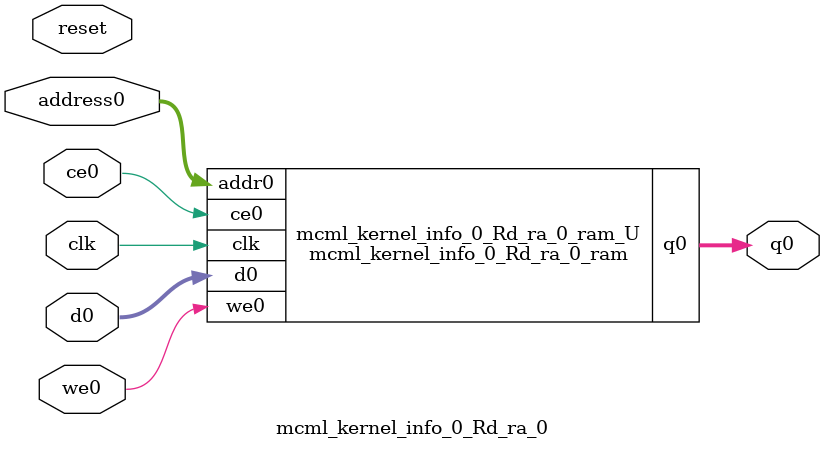
<source format=v>

`timescale 1 ns / 1 ps
module mcml_kernel_info_0_Rd_ra_0_ram (addr0, ce0, d0, we0, q0,  clk);

parameter DWIDTH = 32;
parameter AWIDTH = 6;
parameter MEM_SIZE = 50;

input[AWIDTH-1:0] addr0;
input ce0;
input[DWIDTH-1:0] d0;
input we0;
output reg[DWIDTH-1:0] q0;
input clk;

(* ram_style = "block" *)reg [DWIDTH-1:0] ram[MEM_SIZE-1:0];




always @(posedge clk)  
begin 
    if (ce0) 
    begin
        if (we0) 
        begin 
            ram[addr0] <= d0; 
            q0 <= d0;
        end 
        else 
            q0 <= ram[addr0];
    end
end


endmodule


`timescale 1 ns / 1 ps
module mcml_kernel_info_0_Rd_ra_0(
    reset,
    clk,
    address0,
    ce0,
    we0,
    d0,
    q0);

parameter DataWidth = 32'd32;
parameter AddressRange = 32'd50;
parameter AddressWidth = 32'd6;
input reset;
input clk;
input[AddressWidth - 1:0] address0;
input ce0;
input we0;
input[DataWidth - 1:0] d0;
output[DataWidth - 1:0] q0;



mcml_kernel_info_0_Rd_ra_0_ram mcml_kernel_info_0_Rd_ra_0_ram_U(
    .clk( clk ),
    .addr0( address0 ),
    .ce0( ce0 ),
    .d0( d0 ),
    .we0( we0 ),
    .q0( q0 ));

endmodule


</source>
